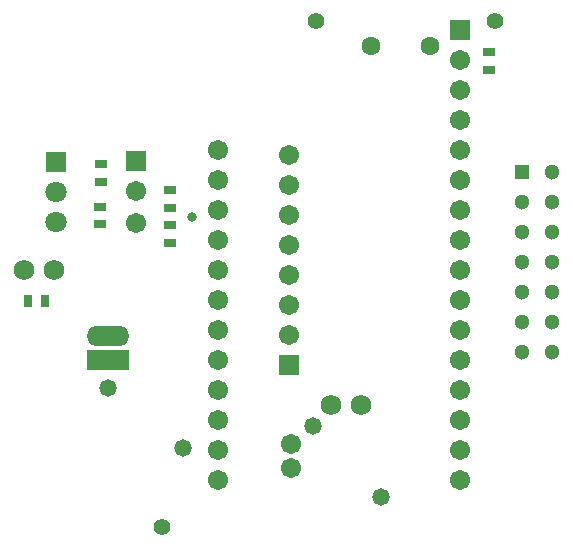
<source format=gbs>
G04*
G04 #@! TF.GenerationSoftware,Altium Limited,Altium Designer,22.7.1 (60)*
G04*
G04 Layer_Color=16711935*
%FSLAX44Y44*%
%MOMM*%
G71*
G04*
G04 #@! TF.SameCoordinates,8A5828DB-0F62-4D68-8539-0FC61A56A6C0*
G04*
G04*
G04 #@! TF.FilePolarity,Negative*
G04*
G01*
G75*
%ADD15R,1.3000X1.3000*%
%ADD27R,0.7000X1.0000*%
%ADD28R,1.0000X0.7000*%
%ADD33R,1.7032X1.7032*%
%ADD34C,1.7032*%
%ADD35C,1.3000*%
%ADD36C,1.7532*%
%ADD37C,1.4032*%
%ADD38C,1.6012*%
%ADD39R,1.8032X1.8032*%
%ADD40C,1.8032*%
%ADD41C,1.4732*%
%ADD42C,0.8032*%
%ADD56R,3.6032X1.7032*%
%ADD57O,3.6032X1.7032*%
D15*
X461600Y365400D02*
D03*
D27*
X58000Y256000D02*
D03*
X43000D02*
D03*
D28*
X105000Y357000D02*
D03*
Y372000D02*
D03*
X164000Y350000D02*
D03*
Y335000D02*
D03*
Y320000D02*
D03*
Y305000D02*
D03*
X104000Y336000D02*
D03*
Y321000D02*
D03*
X434000Y467000D02*
D03*
Y452000D02*
D03*
D33*
X409000Y485600D02*
D03*
X135000Y375000D02*
D03*
X264000Y201600D02*
D03*
D34*
X409000Y460200D02*
D03*
Y434800D02*
D03*
Y409400D02*
D03*
Y384000D02*
D03*
Y358600D02*
D03*
Y333200D02*
D03*
Y307800D02*
D03*
Y282400D02*
D03*
Y257000D02*
D03*
Y231600D02*
D03*
Y206200D02*
D03*
Y180800D02*
D03*
Y155400D02*
D03*
Y130000D02*
D03*
Y104600D02*
D03*
X204530Y231600D02*
D03*
Y257000D02*
D03*
Y206200D02*
D03*
Y384000D02*
D03*
Y333200D02*
D03*
Y282400D02*
D03*
Y307800D02*
D03*
Y358600D02*
D03*
Y155400D02*
D03*
Y130000D02*
D03*
Y104600D02*
D03*
Y180800D02*
D03*
X135000Y349600D02*
D03*
Y322000D02*
D03*
X264000Y379400D02*
D03*
Y354000D02*
D03*
Y328600D02*
D03*
Y303200D02*
D03*
Y277800D02*
D03*
Y252400D02*
D03*
Y227000D02*
D03*
X266000Y135000D02*
D03*
Y115000D02*
D03*
D35*
X487000Y365400D02*
D03*
Y340000D02*
D03*
X461600D02*
D03*
X487000Y314600D02*
D03*
X461600D02*
D03*
X487000Y289200D02*
D03*
X461600D02*
D03*
X487000Y263800D02*
D03*
X461600D02*
D03*
X487000Y238400D02*
D03*
X461600D02*
D03*
X487000Y213000D02*
D03*
X461600D02*
D03*
D36*
X299600Y168000D02*
D03*
X325000D02*
D03*
X65400Y282000D02*
D03*
X40000D02*
D03*
D37*
X439000Y493000D02*
D03*
X287000D02*
D03*
X157000Y65000D02*
D03*
D38*
X384000Y472000D02*
D03*
X334000D02*
D03*
D39*
X67000Y373400D02*
D03*
D40*
Y348000D02*
D03*
Y322600D02*
D03*
D41*
X342000Y90000D02*
D03*
X175000Y132000D02*
D03*
X285000Y150000D02*
D03*
X111000Y182000D02*
D03*
D42*
X182000Y327000D02*
D03*
D56*
X111000Y206000D02*
D03*
D57*
Y226000D02*
D03*
M02*

</source>
